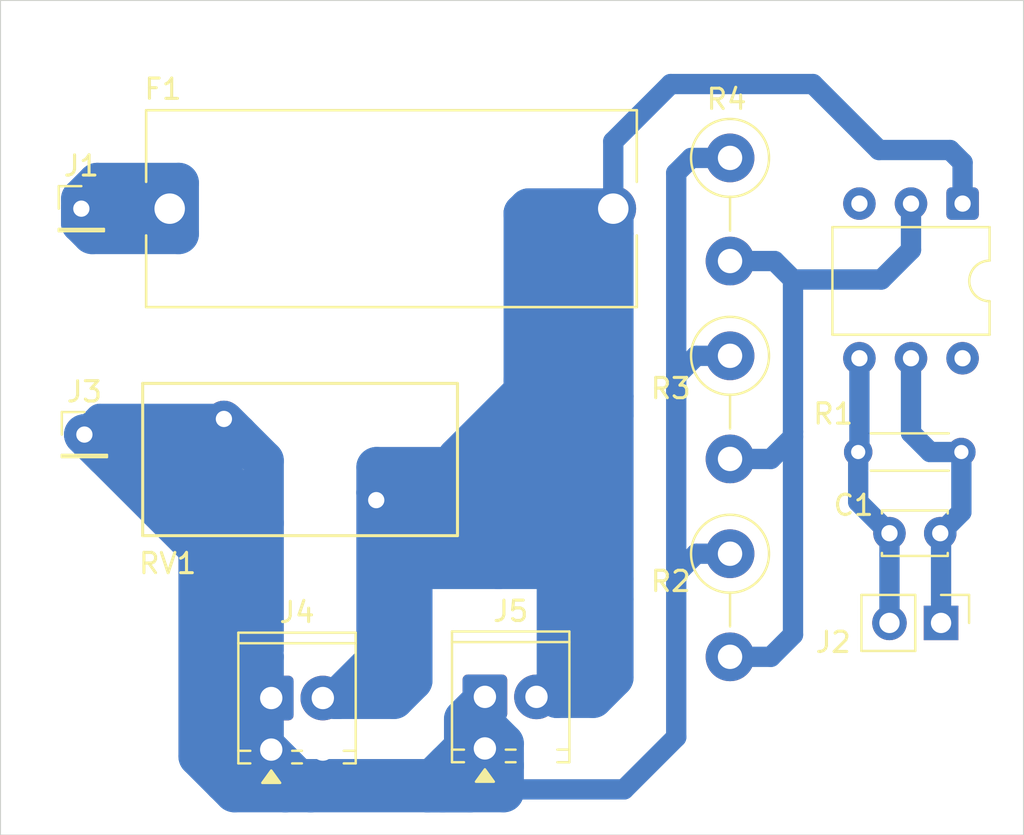
<source format=kicad_pcb>
(kicad_pcb (version 20241229) (generator "pcbnew") (generator_version "9.0")
  (layers (0 "F.Cu" signal) (2 "B.Cu" signal) (13 "F.Paste" user) (15 "B.Paste" user) (5 "F.SilkS" user "F.Silkscreen") (7 "B.SilkS" user "B.Silkscreen") (1 "F.Mask" user) (3 "B.Mask" user) (25 "Edge.Cuts" user))
  (net 0 "")
  (net 1 "Net-(J2-Pin_2)")
  (net 4 "N")
  (net 5 "F")
  (net 6 "Net-(J2-Pin_1)")
  (net 7 "Net-(J1-Pin_1)")
  (net 8 "Net-(R2-Pad2)")
  (footprint "Capacitor_THT:C_Disc_D3.0mm_W2.0mm_P2.50mm" (layer "F.Cu") (at 115.97 103.355 180)
    (property "Reference" "C1" (at 4.27 1.38 0) (layer "F.SilkS"))
    (property "Value" "100nF")
    (fp_line (start 2.87 0.972) (end 2.87 1.12) (stroke (width 0.12)) (layer "F.SilkS"))
    (fp_line (start 2.87 -1.12) (end 2.87 -0.972) (stroke (width 0.12)) (layer "F.SilkS"))
    (fp_line (start -0.37 1.12) (end 2.87 1.12) (stroke (width 0.12)) (layer "F.SilkS"))
    (fp_line (start -0.37 0.972) (end -0.37 1.12) (stroke (width 0.12)) (layer "F.SilkS"))
    (fp_line (start -0.37 -1.12) (end 2.87 -1.12) (stroke (width 0.12)) (layer "F.SilkS"))
    (fp_line (start -0.37 -1.12) (end -0.37 -0.972) (stroke (width 0.12)) (layer "F.SilkS"))
    (pad "1" thru_hole circle (at 0 0 180) (size 1.6 1.6) (drill 0.8) (layers "*.Cu" "*.Mask") (net 6 "Net-(J2-Pin_1)"))
    (pad "2" thru_hole circle (at 2.5 0 180) (size 1.6 1.6) (drill 0.8) (layers "*.Cu" "*.Mask") (net 1 "Net-(J2-Pin_2)"))
  )
  (footprint "aspimaker_lib:FUSIBLE BLX-A" (layer "F.Cu") (at 88.95 87.365)
    (property "Reference" "F1" (at -11.25 -5.89 0) (layer "F.SilkS"))
    (property "Value" "220V 7A")
    (fp_line (start -12.08 -4.85) (end -12.08 -1.32) (stroke (width 0.127)) (layer "F.SilkS"))
    (fp_line (start -12.08 -4.85) (end 12.08 -4.85) (stroke (width 0.127)) (layer "F.SilkS"))
    (fp_line (start -12.08 4.85) (end -12.08 1.32) (stroke (width 0.127)) (layer "F.SilkS"))
    (fp_line (start -12.08 4.85) (end 12.08 4.85) (stroke (width 0.127)) (layer "F.SilkS"))
    (fp_line (start 12.08 -4.85) (end 12.08 -1.32) (stroke (width 0.127)) (layer "F.SilkS"))
    (fp_line (start 12.08 4.85) (end 12.08 1.32) (stroke (width 0.127)) (layer "F.SilkS"))
    (pad "1" thru_hole circle (at -10.92 0) (size 2.25 2.25) (drill 1.5) (layers "*.Cu" "*.Mask") (net 7 "Net-(J1-Pin_1)"))
    (pad "2" thru_hole circle (at 10.92 0) (size 2.25 2.25) (drill 1.5) (layers "*.Cu" "*.Mask") (net 5 "F"))
  )
  (footprint "Resistor_THT:R_Axial_DIN0411_L9.9mm_D3.6mm_P5.08mm_Vertical" (layer "F.Cu") (at 105.62 104.365 -90)
    (property "Reference" "R2" (at 1.36 2.92 180) (layer "F.SilkS"))
    (property "Value" "100K")
    (fp_line (start 1.92 0) (end 3.58 0) (stroke (width 0.12)) (layer "F.SilkS"))
    (fp_circle (center 0 0) (end 1.92 0) (stroke (width 0.12)) (fill no) (layer "F.SilkS"))
    (pad "1" thru_hole circle (at 0 0 270) (size 2.4 2.4) (drill 1.2) (layers "*.Cu" "*.Mask") (net 4 "N"))
    (pad "2" thru_hole circle (at 5.08 0 270) (size 2.4 2.4) (drill 1.2) (layers "*.Cu" "*.Mask") (net 8 "Net-(R2-Pad2)"))
  )
  (footprint "TerminalBlock_Phoenix:TerminalBlock_Phoenix_MPT-0,5-2-2.54_1x02_P2.54mm_Horizontal" (layer "F.Cu") (at 93.55 111.4175)
    (property "Reference" "J5" (at 1.27 -4.22 0) (layer "F.SilkS"))
    (property "Value" "SSR+CALEFACTOR")
    (fp_line (start -1.62 -3.22) (end -1.62 3.22) (stroke (width 0.12)) (layer "F.SilkS"))
    (fp_line (start -1.62 -3.22) (end 4.16 -3.22) (stroke (width 0.12)) (layer "F.SilkS"))
    (fp_line (start -1.62 -2.7) (end 4.16 -2.7) (stroke (width 0.12)) (layer "F.SilkS"))
    (fp_line (start -1.62 2.6) (end -1.03 2.6) (stroke (width 0.12)) (layer "F.SilkS"))
    (fp_line (start -1.62 3.22) (end -1.03 3.22) (stroke (width 0.12)) (layer "F.SilkS"))
    (fp_line (start 1.03 2.6) (end 1.51 2.6) (stroke (width 0.12)) (layer "F.SilkS"))
    (fp_line (start 1.03 3.22) (end 1.51 3.22) (stroke (width 0.12)) (layer "F.SilkS"))
    (fp_line (start 3.57 2.6) (end 4.16 2.6) (stroke (width 0.12)) (layer "F.SilkS"))
    (fp_line (start 3.57 3.22) (end 4.16 3.22) (stroke (width 0.12)) (layer "F.SilkS"))
    (fp_line (start 4.16 -3.22) (end 4.16 3.22) (stroke (width 0.12)) (layer "F.SilkS"))
    (fp_poly (pts (xy 0 3.57) (xy 0.44 4.18) (xy -0.44 4.18)) (stroke (width 0.12)) (fill yes) (layer "F.SilkS"))
    (pad "" np_thru_hole circle (at 0 2.54) (size 1.1 1.1) (drill 1.1) (layers "*.Cu" "*.Mask"))
    (pad "" np_thru_hole circle (at 2.54 2.54) (size 1.1 1.1) (drill 1.1) (layers "*.Cu" "*.Mask"))
    (pad "1" thru_hole roundrect (at 0 0) (size 2.2 2.2) (drill 1.1) (layers "*.Cu" "*.Mask") (roundrect_rratio 0.113636) (net 4 "N"))
    (pad "2" thru_hole circle (at 2.54 0) (size 2.2 2.2) (drill 1.1) (layers "*.Cu" "*.Mask") (net 5 "F"))
  )
  (footprint "MountingHole:MountingHole_3.2mm_M3" (layer "F.Cu") (at 116.13 114.245)
    (property "Reference" "H2" (hide yes))
    (property "Value" "MountingHole" (hide yes))
    (pad "" np_thru_hole circle (at 0 0) (size 3.2 3.2) (drill 3.2) (layers "*.Cu" "*.Mask"))
  )
  (footprint "MountingHole:MountingHole_3.2mm_M3" (layer "F.Cu") (at 73.54 81.105)
    (property "Reference" "H1" (hide yes))
    (property "Value" "MountingHole" (hide yes))
    (pad "" np_thru_hole circle (at 0 0) (size 3.2 3.2) (drill 3.2) (layers "*.Cu" "*.Mask"))
  )
  (footprint "Package_DIP:DIP-6_W7.62mm" (layer "F.Cu") (at 117.07 87.115 -90)
    (property "Reference" "U1" (hide yes))
    (property "Value" "H11AA1")
    (fp_line (start 1.16 6.41) (end 6.46 6.41) (stroke (width 0.12)) (layer "F.SilkS"))
    (fp_line (start 6.46 6.41) (end 6.46 -1.33) (stroke (width 0.12)) (layer "F.SilkS"))
    (fp_line (start 1.16 -1.33) (end 1.16 6.41) (stroke (width 0.12)) (layer "F.SilkS"))
    (fp_line (start 2.81 -1.33) (end 1.16 -1.33) (stroke (width 0.12)) (layer "F.SilkS"))
    (fp_line (start 6.46 -1.33) (end 4.81 -1.33) (stroke (width 0.12)) (layer "F.SilkS"))
    (fp_arc (start 4.81 -1.33) (mid 3.81 -0.33) (end 2.81 -1.33) (stroke (width 0.12)) (layer "F.SilkS"))
    (pad "1" thru_hole roundrect (at 0 0 270) (size 1.6 1.6) (drill 0.8) (layers "*.Cu" "*.Mask") (roundrect_rratio 0.15625) (net 5 "F"))
    (pad "2" thru_hole circle (at 0 2.54 270) (size 1.6 1.6) (drill 0.8) (layers "*.Cu" "*.Mask") (net 8 "Net-(R2-Pad2)"))
    (pad "3" thru_hole circle (at 0 5.08 270) (size 1.6 1.6) (drill 0.8) (layers "*.Cu" "*.Mask"))
    (pad "4" thru_hole circle (at 7.62 5.08 270) (size 1.6 1.6) (drill 0.8) (layers "*.Cu" "*.Mask") (net 1 "Net-(J2-Pin_2)"))
    (pad "5" thru_hole circle (at 7.62 2.54 270) (size 1.6 1.6) (drill 0.8) (layers "*.Cu" "*.Mask") (net 6 "Net-(J2-Pin_1)"))
    (pad "6" thru_hole circle (at 7.62 0 270) (size 1.6 1.6) (drill 0.8) (layers "*.Cu" "*.Mask"))
  )
  (footprint "MountingHole:MountingHole_3.2mm_M3" (layer "F.Cu") (at 116.13 81.105)
    (property "Reference" "H3" (hide yes))
    (property "Value" "MountingHole" (hide yes))
    (pad "" np_thru_hole circle (at 0 0) (size 3.2 3.2) (drill 3.2) (layers "*.Cu" "*.Mask"))
  )
  (footprint "Resistor_THT:R_Axial_DIN0411_L9.9mm_D3.6mm_P5.08mm_Vertical" (layer "F.Cu") (at 105.62 94.615 -90)
    (property "Reference" "R3" (at 1.61 2.92 0) (layer "F.SilkS"))
    (property "Value" "100K")
    (fp_line (start 1.92 0) (end 3.58 0) (stroke (width 0.12)) (layer "F.SilkS"))
    (fp_circle (center 0 0) (end 1.92 0) (stroke (width 0.12)) (fill no) (layer "F.SilkS"))
    (pad "1" thru_hole circle (at 0 0 270) (size 2.4 2.4) (drill 1.2) (layers "*.Cu" "*.Mask") (net 4 "N"))
    (pad "2" thru_hole circle (at 5.08 0 270) (size 2.4 2.4) (drill 1.2) (layers "*.Cu" "*.Mask") (net 8 "Net-(R2-Pad2)"))
  )
  (footprint "Connector_PinHeader_2.54mm:PinHeader_1x02_P2.54mm_Vertical" (layer "F.Cu") (at 116.01 107.775 -90)
    (property "Reference" "J2" (at 0.95 5.31 0) (layer "F.SilkS"))
    (property "Value" "CRUCE POR CERO")
    (fp_line (start -1.38 3.92) (end 1.38 3.92) (stroke (width 0.12)) (layer "F.SilkS"))
    (fp_line (start -1.38 1.27) (end -1.38 3.92) (stroke (width 0.12)) (layer "F.SilkS"))
    (fp_line (start -1.38 1.27) (end 1.38 1.27) (stroke (width 0.12)) (layer "F.SilkS"))
    (fp_line (start 1.38 1.27) (end 1.38 3.92) (stroke (width 0.12)) (layer "F.SilkS"))
    (fp_line (start -1.38 0) (end -1.38 -1.38) (stroke (width 0.12)) (layer "F.SilkS"))
    (fp_line (start -1.38 -1.38) (end 0 -1.38) (stroke (width 0.12)) (layer "F.SilkS"))
    (pad "1" thru_hole rect (at 0 0 270) (size 1.7 1.7) (drill 1) (layers "*.Cu" "*.Mask") (net 6 "Net-(J2-Pin_1)"))
    (pad "2" thru_hole circle (at 0 2.54 270) (size 1.7 1.7) (drill 1) (layers "*.Cu" "*.Mask") (net 1 "Net-(J2-Pin_2)"))
  )
  (footprint "Varistor:RV_Disc_D15.5mm_W7.5mm_P7.5mm" (layer "F.Cu") (at 88.2 101.725 180)
    (property "Reference" "RV1" (at 10.27 -3.12 0) (layer "F.SilkS"))
    (property "Value" "14D471K 470Vpp")
    (fp_line (start 11.5 -1.75) (end 11.5 5.75) (stroke (width 0.15)) (layer "F.SilkS"))
    (fp_line (start -4 5.75) (end 11.5 5.75) (stroke (width 0.15)) (layer "F.SilkS"))
    (fp_line (start -4 -1.75) (end 11.5 -1.75) (stroke (width 0.15)) (layer "F.SilkS"))
    (fp_line (start -4 -1.75) (end -4 5.75) (stroke (width 0.15)) (layer "F.SilkS"))
    (pad "1" thru_hole circle (at 0 0 180) (size 1.8 1.8) (drill 0.8) (layers "*.Cu" "*.Mask") (net 5 "F"))
    (pad "2" thru_hole circle (at 7.5 4 180) (size 1.8 1.8) (drill 0.8) (layers "*.Cu" "*.Mask") (net 4 "N"))
  )
  (footprint "Resistor_THT:R_Axial_DIN0411_L9.9mm_D3.6mm_P5.08mm_Vertical" (layer "F.Cu") (at 105.62 84.865 -90)
    (property "Reference" "R4" (at -2.89 0.17 0) (layer "F.SilkS"))
    (property "Value" "100K")
    (fp_line (start 1.92 0) (end 3.58 0) (stroke (width 0.12)) (layer "F.SilkS"))
    (fp_circle (center 0 0) (end 1.92 0) (stroke (width 0.12)) (fill no) (layer "F.SilkS"))
    (pad "1" thru_hole circle (at 0 0 270) (size 2.4 2.4) (drill 1.2) (layers "*.Cu" "*.Mask") (net 4 "N"))
    (pad "2" thru_hole circle (at 5.08 0 270) (size 2.4 2.4) (drill 1.2) (layers "*.Cu" "*.Mask") (net 8 "Net-(R2-Pad2)"))
  )
  (footprint "Connector_PinHeader_2.00mm:PinHeader_1x01_P2.00mm_Vertical" (layer "F.Cu") (at 73.83 98.495)
    (property "Reference" "J3" (at 0 -2.11 0) (layer "F.SilkS"))
    (property "Value" "N")
    (fp_line (start -1.11 -1.11) (end 0 -1.11) (stroke (width 0.12)) (layer "F.SilkS"))
    (fp_line (start -1.11 0) (end -1.11 -1.11) (stroke (width 0.12)) (layer "F.SilkS"))
    (fp_line (start -1.11 1) (end -1.11 1.11) (stroke (width 0.12)) (layer "F.SilkS"))
    (fp_line (start -1.11 1) (end 1.11 1) (stroke (width 0.12)) (layer "F.SilkS"))
    (fp_line (start -1.11 1.11) (end 1.11 1.11) (stroke (width 0.12)) (layer "F.SilkS"))
    (fp_line (start 1.11 1) (end 1.11 1.11) (stroke (width 0.12)) (layer "F.SilkS"))
    (pad "1" thru_hole rect (at 0 0) (size 1.35 1.35) (drill 0.8) (layers "*.Cu" "*.Mask") (net 4 "N"))
  )
  (footprint "Connector_PinHeader_2.00mm:PinHeader_1x01_P2.00mm_Vertical" (layer "F.Cu") (at 73.68 87.365)
    (property "Reference" "J1" (at 0 -2.11 0) (layer "F.SilkS"))
    (property "Value" "F")
    (fp_line (start -1.11 -1.11) (end 0 -1.11) (stroke (width 0.12)) (layer "F.SilkS"))
    (fp_line (start -1.11 0) (end -1.11 -1.11) (stroke (width 0.12)) (layer "F.SilkS"))
    (fp_line (start -1.11 1) (end -1.11 1.11) (stroke (width 0.12)) (layer "F.SilkS"))
    (fp_line (start -1.11 1) (end 1.11 1) (stroke (width 0.12)) (layer "F.SilkS"))
    (fp_line (start -1.11 1.11) (end 1.11 1.11) (stroke (width 0.12)) (layer "F.SilkS"))
    (fp_line (start 1.11 1) (end 1.11 1.11) (stroke (width 0.12)) (layer "F.SilkS"))
    (pad "1" thru_hole rect (at 0 0) (size 1.35 1.35) (drill 0.8) (layers "*.Cu" "*.Mask") (net 7 "Net-(J1-Pin_1)"))
  )
  (footprint "TerminalBlock_Phoenix:TerminalBlock_Phoenix_MPT-0,5-2-2.54_1x02_P2.54mm_Horizontal" (layer "F.Cu") (at 83.03 111.475)
    (property "Reference" "J4" (at 1.27 -4.22 0) (layer "F.SilkS"))
    (property "Value" "CONTROL")
    (fp_line (start -1.62 -3.22) (end -1.62 3.22) (stroke (width 0.12)) (layer "F.SilkS"))
    (fp_line (start -1.62 -3.22) (end 4.16 -3.22) (stroke (width 0.12)) (layer "F.SilkS"))
    (fp_line (start -1.62 -2.7) (end 4.16 -2.7) (stroke (width 0.12)) (layer "F.SilkS"))
    (fp_line (start -1.62 2.6) (end -1.03 2.6) (stroke (width 0.12)) (layer "F.SilkS"))
    (fp_line (start -1.62 3.22) (end -1.03 3.22) (stroke (width 0.12)) (layer "F.SilkS"))
    (fp_line (start 1.03 2.6) (end 1.51 2.6) (stroke (width 0.12)) (layer "F.SilkS"))
    (fp_line (start 1.03 3.22) (end 1.51 3.22) (stroke (width 0.12)) (layer "F.SilkS"))
    (fp_line (start 3.57 2.6) (end 4.16 2.6) (stroke (width 0.12)) (layer "F.SilkS"))
    (fp_line (start 3.57 3.22) (end 4.16 3.22) (stroke (width 0.12)) (layer "F.SilkS"))
    (fp_line (start 4.16 -3.22) (end 4.16 3.22) (stroke (width 0.12)) (layer "F.SilkS"))
    (fp_poly (pts (xy 0 3.57) (xy 0.44 4.18) (xy -0.44 4.18)) (stroke (width 0.12)) (fill yes) (layer "F.SilkS"))
    (pad "" np_thru_hole circle (at 0 2.54) (size 1.1 1.1) (drill 1.1) (layers "*.Cu" "*.Mask"))
    (pad "" np_thru_hole circle (at 2.54 2.54) (size 1.1 1.1) (drill 1.1) (layers "*.Cu" "*.Mask"))
    (pad "1" thru_hole roundrect (at 0 0) (size 2.2 2.2) (drill 1.1) (layers "*.Cu" "*.Mask") (roundrect_rratio 0.113636) (net 4 "N"))
    (pad "2" thru_hole circle (at 2.54 0) (size 2.2 2.2) (drill 1.1) (layers "*.Cu" "*.Mask") (net 5 "F"))
  )
  (footprint "MountingHole:MountingHole_3.2mm_M3" (layer "F.Cu") (at 73.54 114.245)
    (property "Reference" "H4" (hide yes))
    (property "Value" "MountingHole" (hide yes))
    (pad "" np_thru_hole circle (at 0 0) (size 3.2 3.2) (drill 3.2) (layers "*.Cu" "*.Mask"))
  )
  (footprint "Resistor_THT:R_Axial_DIN0204_L3.6mm_D1.6mm_P5.08mm_Horizontal" (layer "F.Cu") (at 111.93 99.355)
    (property "Reference" "R1" (at -1.23 -1.88 0) (layer "F.SilkS"))
    (property "Value" "1M")
    (fp_line (start 0.62 -0.92) (end 4.46 -0.92) (stroke (width 0.12)) (layer "F.SilkS"))
    (fp_line (start 0.62 0.92) (end 4.46 0.92) (stroke (width 0.12)) (layer "F.SilkS"))
    (pad "1" thru_hole circle (at 0 0) (size 1.4 1.4) (drill 0.7) (layers "*.Cu" "*.Mask") (net 1 "Net-(J2-Pin_2)"))
    (pad "2" thru_hole circle (at 5.08 0) (size 1.4 1.4) (drill 0.7) (layers "*.Cu" "*.Mask") (net 6 "Net-(J2-Pin_1)"))
  )
  (gr_rect (start 69.7 77.11) (end 120.07 118.225) (stroke (width 0.05)) (fill no) (layer "Edge.Cuts"))
  (segment (start 111.99 94.735) (end 111.99 99.295) (width 1) (layer "B.Cu") (net 1))
  (segment (start 111.99 99.295) (end 111.93 99.355) (width 1) (layer "B.Cu") (net 1))
  (segment (start 111.93 101.815) (end 113.47 103.355) (width 1) (layer "B.Cu") (net 1))
  (segment (start 111.93 99.355) (end 111.93 101.815) (width 1) (layer "B.Cu") (net 1))
  (segment (start 113.47 107.775) (end 113.47 103.355) (width 1) (layer "B.Cu") (net 1))
  (segment (start 80.72 111.355) (end 80.72 115.605) (width 2) (layer "B.Cu") (net 4))
  (segment (start 93.24 115.975) (end 92.42 115.155) (width 1) (layer "B.Cu") (net 4))
  (segment (start 76.45 99.705) (end 79.46 102.715) (width 2) (layer "B.Cu") (net 4))
  (segment (start 102.97 85.605) (end 102.97 95.605) (width 1) (layer "B.Cu") (net 4))
  (segment (start 77.525 99.05) (end 76.97 98.495) (width 2) (layer "B.Cu") (net 4))
  (segment (start 76.97 98.495) (end 78.025 99.55) (width 2) (layer "B.Cu") (net 4))
  (segment (start 79.46 102.715) (end 79.46 104.475) (width 2) (layer "B.Cu") (net 4))
  (segment (start 91.47 116.105) (end 90.72 116.105) (width 2) (layer "B.Cu") (net 4))
  (segment (start 80.72 115.605) (end 81.22 116.105) (width 2) (layer "B.Cu") (net 4))
  (segment (start 93.6 112.855) (end 93.6 111.4575) (width 2) (layer "B.Cu") (net 4))
  (segment (start 91.715 114.74) (end 90.639 115.816) (width 2) (layer "B.Cu") (net 4))
  (segment (start 91.715 114.74) (end 92.535 113.92) (width 2) (layer "B.Cu") (net 4))
  (segment (start 82.65 109.425) (end 82.65 113.855) (width 2) (layer "B.Cu") (net 4))
  (segment (start 79.46 104.475) (end 79.46 114.345) (width 2) (layer "B.Cu") (net 4))
  (segment (start 94.47 116.105) (end 94.47 114.805) (width 2) (layer "B.Cu") (net 4))
  (segment (start 74.6 97.725) (end 73.83 98.495) (width 1.5) (layer "B.Cu") (net 4))
  (segment (start 83.095 115.48) (end 92.095 115.48) (width 2) (layer "B.Cu") (net 4))
  (segment (start 79.46 102.715) (end 80.72 103.975) (width 2) (layer "B.Cu") (net 4))
  (segment (start 81.36 98.495) (end 82.65 99.785) (width 2) (layer "B.Cu") (net 4))
  (segment (start 80.72 103.975) (end 80.72 111.355) (width 2) (layer "B.Cu") (net 4))
  (segment (start 78.72 98.495) (end 78.72 98.605) (width 2) (layer "B.Cu") (net 4))
  (segment (start 94.47 113.725) (end 93.77 113.025) (width 2) (layer "B.Cu") (net 4))
  (segment (start 82.65 113.855) (end 82.72 113.855) (width 2) (layer "B.Cu") (net 4))
  (segment (start 82.65 102.855) (end 82.65 109.105) (width 2) (layer "B.Cu") (net 4))
  (segment (start 92.535 113.92) (end 93.6 112.855) (width 2) (layer "B.Cu") (net 4))
  (segment (start 94.47 114.805) (end 94.47 113.725) (width 2) (layer "B.Cu") (net 4))
  (segment (start 80.33 101.855) (end 80.47 101.855) (width 2) (layer "B.Cu") (net 4))
  (segment (start 100.4 115.975) (end 93.24 115.975) (width 1) (layer "B.Cu") (net 4))
  (segment (start 90.639 115.816) (end 85.95 115.816) (width 2) (layer "B.Cu") (net 4))
  (segment (start 93.6 113.975) (end 93.6 112.855) (width 2) (layer "B.Cu") (net 4))
  (segment (start 84.97 116.105) (end 83.72 116.105) (width 2) (layer "B.Cu") (net 4))
  (segment (start 74.885 99.55) (end 73.83 98.495) (width 2) (layer "B.Cu") (net 4))
  (segment (start 103.96 104.365) (end 102.97 105.355) (width 1) (layer "B.Cu") (net 4))
  (segment (start 92.535 112.5225) (end 93.6 111.4575) (width 2) (layer "B.Cu") (net 4))
  (segment (start 102.97 95.605) (end 102.97 105.355) (width 1) (layer "B.Cu") (net 4))
  (segment (start 93.77 115.155) (end 93.77 114.105) (width 2) (layer "B.Cu") (net 4))
  (segment (start 103.96 94.615) (end 102.97 95.605) (width 1) (layer "B.Cu") (net 4))
  (segment (start 102.97 113.405) (end 100.4 115.975) (width 1) (layer "B.Cu") (net 4))
  (segment (start 78.025 99.55) (end 80.33 101.855) (width 2) (layer "B.Cu") (net 4))
  (segment (start 78.275 99.05) (end 77.72 98.495) (width 2) (layer "B.Cu") (net 4))
  (segment (start 105.62 94.615) (end 103.96 94.615) (width 1) (layer "B.Cu") (net 4))
  (segment (start 83.72 116.105) (end 82.65 115.035) (width 2) (layer "B.Cu") (net 4))
  (segment (start 73.83 98.495) (end 73.83 98.845) (width 1.5) (layer "B.Cu") (net 4))
  (segment (start 73.83 98.845) (end 79.46 104.475) (width 1.5) (layer "B.Cu") (net 4))
  (segment (start 92.095 115.48) (end 91.47 116.105) (width 2) (layer "B.Cu") (net 4))
  (segment (start 90.72 115.735) (end 91.715 114.74) (width 2) (layer "B.Cu") (net 4))
  (segment (start 93.095 114.48) (end 92.095 115.48) (width 2) (layer "B.Cu") (net 4))
  (segment (start 78.275 99.05) (end 77.525 99.05) (width 2) (layer "B.Cu") (net 4))
  (segment (start 90.72 116.105) (end 92.82 116.105) (width 2) (layer "B.Cu") (net 4))
  (segment (start 105.62 104.365) (end 103.96 104.365) (width 1) (layer "B.Cu") (net 4))
  (segment (start 80.72 101.855) (end 80.72 101.495) (width 2) (layer "B.Cu") (net 4))
  (segment (start 82.65 109.425) (end 80.72 111.355) (width 2) (layer "B.Cu") (net 4))
  (segment (start 81.22 116.105) (end 83.72 116.105) (width 2) (layer "B.Cu") (net 4))
  (segment (start 79.46 114.345) (end 80.72 115.605) (width 2) (layer "B.Cu") (net 4))
  (segment (start 105.62 84.865) (end 103.71 84.865) (width 1) (layer "B.Cu") (net 4))
  (segment (start 90.72 116.105) (end 90.72 115.735) (width 2) (layer "B.Cu") (net 4))
  (segment (start 93.77 114.105) (end 93.77 113.025) (width 2) (layer "B.Cu") (net 4))
  (segment (start 78.025 99.55) (end 76.45 99.55) (width 2) (layer "B.Cu") (net 4))
  (segment (start 80.72 101.855) (end 80.72 103.975) (width 2) (layer "B.Cu") (net 4))
  (segment (start 82.65 115.035) (end 83.095 115.48) (width 2) (layer "B.Cu") (net 4))
  (segment (start 92.82 116.105) (end 93.77 115.155) (width 2) (layer "B.Cu") (net 4))
  (segment (start 80.7 97.725) (end 74.6 97.725) (width 1.5) (layer "B.Cu") (net 4))
  (segment (start 92.535 113.92) (end 92.535 112.5225) (width 2) (layer "B.Cu") (net 4))
  (segment (start 82.65 113.855) (end 82.65 115.035) (width 2) (layer "B.Cu") (net 4))
  (segment (start 91.47 116.105) (end 94.47 116.105) (width 2) (layer "B.Cu") (net 4))
  (segment (start 82.65 99.785) (end 82.65 102.855) (width 2) (layer "B.Cu") (net 4))
  (segment (start 93.77 113.025) (end 93.6 112.855) (width 2) (layer "B.Cu") (net 4))
  (segment (start 94.47 114.805) (end 93.77 114.105) (width 2) (layer "B.Cu") (net 4))
  (segment (start 77.525 99.05) (end 77.915 99.05) (width 2) (layer "B.Cu") (net 4))
  (segment (start 76.45 99.55) (end 76.45 99.705) (width 2) (layer "B.Cu") (net 4))
  (segment (start 102.97 105.355) (end 102.97 113.405) (width 1) (layer "B.Cu") (net 4))
  (segment (start 80.72 97.855) (end 81.36 98.495) (width 2) (layer "B.Cu") (net 4))
  (segment (start 78.72 98.605) (end 80.72 100.605) (width 2) (layer "B.Cu") (net 4))
  (segment (start 80.72 100.605) (end 80.72 101.855) (width 2) (layer "B.Cu") (net 4))
  (segment (start 90.72 116.105) (end 84.97 116.105) (width 2) (layer "B.Cu") (net 4))
  (segment (start 82.72 113.855) (end 84.97 116.105) (width 2) (layer "B.Cu") (net 4))
  (segment (start 93.095 114.48) (end 93.6 113.975) (width 2) (layer "B.Cu") (net 4))
  (segment (start 93.77 115.155) (end 93.095 114.48) (width 0.5) (layer "B.Cu") (net 4))
  (segment (start 103.71 84.865) (end 102.97 85.605) (width 1) (layer "B.Cu") (net 4))
  (segment (start 80.47 101.855) (end 80.72 101.855) (width 2) (layer "B.Cu") (net 4))
  (segment (start 77.72 98.495) (end 78.72 98.495) (width 2) (layer "B.Cu") (net 4))
  (segment (start 92.42 115.155) (end 92.095 115.48) (width 0.5) (layer "B.Cu") (net 4))
  (segment (start 76.97 98.495) (end 73.83 98.495) (width 2) (layer "B.Cu") (net 4))
  (segment (start 76.45 99.55) (end 74.885 99.55) (width 2) (layer "B.Cu") (net 4))
  (segment (start 73.83 98.495) (end 77.72 98.495) (width 2) (layer "B.Cu") (net 4))
  (segment (start 80.72 101.495) (end 78.275 99.05) (width 2) (layer "B.Cu") (net 4))
  (segment (start 77.915 99.05) (end 80.72 101.855) (width 2) (layer "B.Cu") (net 4))
  (segment (start 78.72 98.495) (end 81.36 98.495) (width 2) (layer "B.Cu") (net 4))
  (segment (start 78.22 99.605) (end 80.47 101.855) (width 2) (layer "B.Cu") (net 4))
  (segment (start 92.22 99.6375) (end 95.73625 96.12125) (width 2) (layer "B.Cu") (net 5))
  (segment (start 99.87 88.605) (end 99.87 96.605) (width 2) (layer "B.Cu") (net 5))
  (segment (start 99.87 106.605) (end 99.87 110.455) (width 2) (layer "B.Cu") (net 5))
  (segment (start 94.22 105.105) (end 96.85 105.105) (width 2) (layer "B.Cu") (net 5))
  (segment (start 97.1 103.355) (end 97.1 104.855) (width 2) (layer "B.Cu") (net 5))
  (segment (start 94.22 104.855) (end 93.845 104.48) (width 2) (layer "B.Cu") (net 5))
  (segment (start 92.72 101.355) (end 94.72 101.355) (width 2) (layer "B.Cu") (net 5))
  (segment (start 95.47 95.855) (end 95.47 87.605) (width 2) (layer "B.Cu") (net 5))
  (segment (start 95.73625 96.12125) (end 97.0025 94.855) (width 2) (layer "B.Cu") (net 5))
  (segment (start 97.21 87.365) (end 96.97 87.605) (width 2) (layer "B.Cu") (net 5))
  (segment (start 112.95 84.475) (end 109.7 81.225) (width 1) (layer "B.Cu") (net 5))
  (segment (start 99.045 97.43) (end 99.87 96.605) (width 2) (layer "B.Cu") (net 5))
  (segment (start 92.22 102.855) (end 94.97 102.855) (width 2) (layer "B.Cu") (net 5))
  (segment (start 90.47 102.855) (end 91.97 101.355) (width 2) (layer "B.Cu") (net 5))
  (segment (start 98.7025 109.855) (end 97.1 111.4575) (width 2) (layer "B.Cu") (net 5))
  (segment (start 117.07 85.095) (end 116.45 84.475) (width 1) (layer "B.Cu") (net 5))
  (segment (start 99.045 89.43) (end 99.87 88.605) (width 2) (layer "B.Cu") (net 5))
  (segment (start 97.1 100.355) (end 97.1 103.355) (width 2) (layer "B.Cu") (net 5))
  (segment (start 88.22 101.355) (end 88.22 100.105) (width 2) (layer "B.Cu") (net 5))
  (segment (start 97.0025 89.5725) (end 96.97 89.54) (width 2) (layer "B.Cu") (net 5))
  (segment (start 91.97 101.355) (end 92.72 101.355) (width 2) (layer "B.Cu") (net 5))
  (segment (start 98.035 99.42) (end 98.035 96.855) (width 2) (layer "B.Cu") (net 5))
  (segment (start 90.47 102.855) (end 92.22 102.855) (width 2) (layer "B.Cu") (net 5))
  (segment (start 94.785 100.105) (end 97.0025 97.8875) (width 2) (layer "B.Cu") (net 5))
  (segment (start 92.22 100.105) (end 93.22 100.105) (width 2) (layer "B.Cu") (net 5))
  (segment (start 102.7 81.225) (end 99.87 84.055) (width 1) (layer "B.Cu") (net 5))
  (segment (start 98.035 99.42) (end 97.1 100.355) (width 2) (layer "B.Cu") (net 5))
  (segment (start 98.035 109.17) (end 98.72 109.855) (width 2) (layer "B.Cu") (net 5))
  (segment (start 96.85 105.105) (end 97.1 104.855) (width 2) (layer "B.Cu") (net 5))
  (segment (start 98.035 96.855) (end 98.035 88.54) (width 2) (layer "B.Cu") (net 5))
  (segment (start 93.47 100.105) (end 96.85 100.105) (width 2) (layer "B.Cu") (net 5))
  (segment (start 95.1 102.855) (end 97.1 104.855) (width 2) (layer "B.Cu") (net 5))
  (segment (start 98.72 109.855) (end 98.7025 109.855) (width 2) (layer "B.Cu") (net 5))
  (segment (start 97.21 87.365) (end 98.7 87.365) (width 2) (layer "B.Cu") (net 5))
  (segment (start 99.87 105.605) (end 99.87 106.605) (width 2) (layer "B.Cu") (net 5))
  (segment (start 99.87 87.365) (end 98.21 87.365) (width 0.5) (layer "B.Cu") (net 5))
  (segment (start 94.22 104.855) (end 94.22 105.105) (width 2) (layer "B.Cu") (net 5))
  (segment (start 98.7 87.365) (end 95.71 87.365) (width 2) (layer "B.Cu") (net 5))
  (segment (start 97.0025 96.355) (end 97.0025 94.855) (width 2) (layer "B.Cu") (net 5))
  (segment (start 89.0675 111.5075) (end 89.97 110.605) (width 2) (layer "B.Cu") (net 5))
  (segment (start 86.3175 111.5075) (end 88.22 109.605) (width 2) (layer "B.Cu") (net 5))
  (segment (start 96.1 101.355) (end 97.1 100.355) (width 2) (layer "B.Cu") (net 5))
  (segment (start 97.0025 97.8875) (end 97.0025 96.355) (width 2) (layer "B.Cu") (net 5))
  (segment (start 88.22 109.605) (end 88.22 101.355) (width 2) (layer "B.Cu") (net 5))
  (segment (start 92.22 100.105) (end 92.22 99.6375) (width 2) (layer "B.Cu") (net 5))
  (segment (start 89.97 105.105) (end 94.22 105.105) (width 2) (layer "B.Cu") (net 5))
  (segment (start 97.1 104.855) (end 97.1 111.4575) (width 2) (layer "B.Cu") (net 5))
  (segment (start 96.22 102.855) (end 96.41 102.665) (width 2) (layer "B.Cu") (net 5))
  (segment (start 98.66 98.795) (end 98.035 99.42) (width 2) (layer "B.Cu") (net 5))
  (segment (start 89.97 103.355) (end 90.47 102.855) (width 2) (layer "B.Cu") (net 5))
  (segment (start 93.845 104.11) (end 95.1 102.855) (width 2) (layer "B.Cu") (net 5))
  (segment (start 94.97 102.855) (end 95.1 102.855) (width 2) (layer "B.Cu") (net 5))
  (segment (start 98.21 87.365) (end 97.97 87.605) (width 0.5) (layer "B.Cu") (net 5))
  (segment (start 96.85 100.105) (end 96.85 99.625) (width 2) (layer "B.Cu") (net 5))
  (segment (start 92.22 102.855) (end 94.22 104.855) (width 2) (layer "B.Cu") (net 5))
  (segment (start 88.22 101.355) (end 89.97 101.355) (width 2) (layer "B.Cu") (net 5))
  (segment (start 98.035 99.42) (end 98.035 109.17) (width 2) (layer "B.Cu") (net 5))
  (segment (start 96.97 87.605) (end 97.97 87.605) (width 2) (layer "B.Cu") (net 5))
  (segment (start 109.7 81.225) (end 102.7 81.225) (width 1) (layer "B.Cu") (net 5))
  (segment (start 99.87 84.055) (end 99.87 87.365) (width 1) (layer "B.Cu") (net 5))
  (segment (start 93.47 100.105) (end 93.47 99.8875) (width 2) (layer "B.Cu") (net 5))
  (segment (start 94.97 102.855) (end 96.22 102.855) (width 2) (layer "B.Cu") (net 5))
  (segment (start 99.87 96.605) (end 99.87 97.585) (width 2) (layer "B.Cu") (net 5))
  (segment (start 98.7 87.365) (end 99.87 87.365) (width 2) (layer "B.Cu") (net 5))
  (segment (start 96.85 100.105) (end 97.1 100.355) (width 2) (layer "B.Cu") (net 5))
  (segment (start 95.71 87.365) (end 95.47 87.605) (width 2) (layer "B.Cu") (net 5))
  (segment (start 95.47 87.605) (end 97.97 87.605) (width 2) (layer "B.Cu") (net 5))
  (segment (start 99.87 106.405) (end 99.87 106.605) (width 0.5) (layer "B.Cu") (net 5))
  (segment (start 89.97 110.605) (end 89.97 105.105) (width 2) (layer "B.Cu") (net 5))
  (segment (start 93.47 99.8875) (end 97.0025 96.355) (width 2) (layer "B.Cu") (net 5))
  (segment (start 95.73625 96.12125) (end 95.47 95.855) (width 2) (layer "B.Cu") (net 5))
  (segment (start 97.0025 97.8875) (end 98.035 96.855) (width 2) (layer "B.Cu") (net 5))
  (segment (start 99.87 96.605) (end 99.87 105.605) (width 2) (layer "B.Cu") (net 5))
  (segment (start 89.97 103.355) (end 89.97 101.355) (width 2) (layer "B.Cu") (net 5))
  (segment (start 93.22 100.105) (end 93.47 100.105) (width 2) (layer "B.Cu") (net 5))
  (segment (start 93.22 100.105) (end 94.785 100.105) (width 2) (layer "B.Cu") (net 5))
  (segment (start 93.845 104.48) (end 93.845 104.11) (width 2) (layer "B.Cu") (net 5))
  (segment (start 86.15 111.5075) (end 86.3175 111.5075) (width 2) (layer "B.Cu") (net 5))
  (segment (start 94.72 101.355) (end 95.1 101.355) (width 2) (layer "B.Cu") (net 5))
  (segment (start 99.045 97.43) (end 99.045 89.43) (width 2) (layer "B.Cu") (net 5))
  (segment (start 89.97 105.105) (end 92.22 102.855) (width 2) (layer "B.Cu") (net 5))
  (segment (start 89.97 105.105) (end 89.97 103.355) (width 2) (layer "B.Cu") (net 5))
  (segment (start 96.97 87.605) (end 95.47 87.605) (width 2) (layer "B.Cu") (net 5))
  (segment (start 94.72 101.355) (end 96.1 101.355) (width 2) (layer "B.Cu") (net 5))
  (segment (start 99.87 97.585) (end 98.66 98.795) (width 2) (layer "B.Cu") (net 5))
  (segment (start 96.85 99.625) (end 99.045 97.43) (width 2) (layer "B.Cu") (net 5))
  (segment (start 86.15 111.5075) (end 89.0675 111.5075) (width 2) (layer "B.Cu") (net 5))
  (segment (start 117.07 87.115) (end 117.07 85.095) (width 1) (layer "B.Cu") (net 5))
  (segment (start 89.97 101.355) (end 92.72 101.355) (width 2) (layer "B.Cu") (net 5))
  (segment (start 98.72 109.855) (end 98.72 98.855) (width 2) (layer "B.Cu") (net 5))
  (segment (start 95.1 101.355) (end 96.41 102.665) (width 2) (layer "B.Cu") (net 5))
  (segment (start 98.8675 111.4575) (end 99.87 110.455) (width 2) (layer "B.Cu") (net 5))
  (segment (start 98.72 98.855) (end 98.66 98.795) (width 2) (layer "B.Cu") (net 5))
  (segment (start 96.97 89.54) (end 96.97 87.605) (width 2) (layer "B.Cu") (net 5))
  (segment (start 88.22 100.105) (end 92.22 100.105) (width 2) (layer "B.Cu") (net 5))
  (segment (start 97.1 111.4575) (end 98.8675 111.4575) (width 2) (layer "B.Cu") (net 5))
  (segment (start 96.41 102.665) (end 97.1 103.355) (width 2) (layer "B.Cu") (net 5))
  (segment (start 116.45 84.475) (end 112.95 84.475) (width 1) (layer "B.Cu") (net 5))
  (segment (start 97.0025 94.855) (end 97.0025 89.5725) (width 2) (layer "B.Cu") (net 5))
  (segment (start 99.87 87.365) (end 99.87 88.605) (width 2) (layer "B.Cu") (net 5))
  (segment (start 116.01 103.395) (end 115.97 103.355) (width 1) (layer "B.Cu") (net 6))
  (segment (start 115.97 103.355) (end 117.01 102.315) (width 1) (layer "B.Cu") (net 6))
  (segment (start 116.01 107.775) (end 116.01 103.395) (width 1) (layer "B.Cu") (net 6))
  (segment (start 114.53 94.735) (end 114.53 98.415) (width 1) (layer "B.Cu") (net 6))
  (segment (start 114.53 98.415) (end 115.47 99.355) (width 1) (layer "B.Cu") (net 6))
  (segment (start 115.47 99.355) (end 117.01 99.355) (width 1) (layer "B.Cu") (net 6))
  (segment (start 117.01 102.315) (end 117.01 99.355) (width 1) (layer "B.Cu") (net 6))
  (segment (start 73.68 86.895) (end 74.47 86.105) (width 2) (layer "B.Cu") (net 7))
  (segment (start 73.68 88.065) (end 73.68 86.895) (width 2) (layer "B.Cu") (net 7))
  (segment (start 78.47 86.105) (end 78.47 88.605) (width 2) (layer "B.Cu") (net 7))
  (segment (start 78.47 88.605) (end 74.22 88.605) (width 2) (layer "B.Cu") (net 7))
  (segment (start 73.68 87.365) (end 78.03 87.365) (width 2) (layer "B.Cu") (net 7))
  (segment (start 73.68 88.065) (end 73.68 87.365) (width 2) (layer "B.Cu") (net 7))
  (segment (start 74.22 88.605) (end 73.68 88.065) (width 2) (layer "B.Cu") (net 7))
  (segment (start 74.47 86.105) (end 78.47 86.105) (width 2) (layer "B.Cu") (net 7))
  (segment (start 108.72 108.355) (end 108.72 98.355) (width 1) (layer "B.Cu") (net 8))
  (segment (start 108.72 90.855) (end 113.07 90.855) (width 1) (layer "B.Cu") (net 8))
  (segment (start 108.72 98.355) (end 108.72 90.855) (width 1) (layer "B.Cu") (net 8))
  (segment (start 107.63 99.695) (end 108.72 98.605) (width 1) (layer "B.Cu") (net 8))
  (segment (start 114.53 89.395) (end 114.53 87.115) (width 1) (layer "B.Cu") (net 8))
  (segment (start 113.07 90.855) (end 114.53 89.395) (width 1) (layer "B.Cu") (net 8))
  (segment (start 105.62 99.695) (end 107.63 99.695) (width 1) (layer "B.Cu") (net 8))
  (segment (start 105.62 109.445) (end 107.63 109.445) (width 1) (layer "B.Cu") (net 8))
  (segment (start 107.81 89.945) (end 108.72 90.855) (width 1) (layer "B.Cu") (net 8))
  (segment (start 107.63 109.445) (end 108.72 108.355) (width 1) (layer "B.Cu") (net 8))
  (segment (start 105.62 89.945) (end 107.81 89.945) (width 1) (layer "B.Cu") (net 8))
  (segment (start 108.72 98.605) (end 108.72 98.355) (width 0.5) (layer "B.Cu") (net 8))
)
</source>
